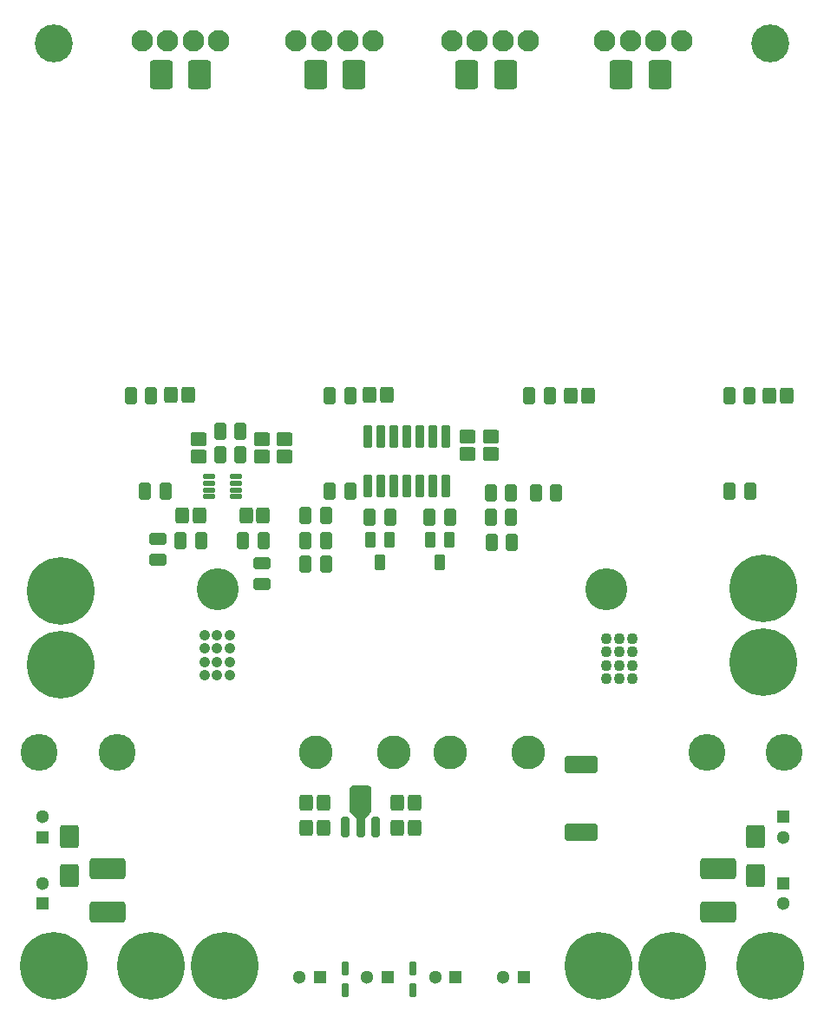
<source format=gbs>
G04*
G04 #@! TF.GenerationSoftware,Altium Limited,Altium Designer,23.3.1 (30)*
G04*
G04 Layer_Color=16711935*
%FSLAX43Y43*%
%MOMM*%
G71*
G04*
G04 #@! TF.SameCoordinates,78DDFD1D-995E-4759-9E5F-92B015DE0EB1*
G04*
G04*
G04 #@! TF.FilePolarity,Negative*
G04*
G01*
G75*
G04:AMPARAMS|DCode=17|XSize=3.24mm|YSize=1.64mm|CornerRadius=0.242mm|HoleSize=0mm|Usage=FLASHONLY|Rotation=0.000|XOffset=0mm|YOffset=0mm|HoleType=Round|Shape=RoundedRectangle|*
%AMROUNDEDRECTD17*
21,1,3.240,1.155,0,0,0.0*
21,1,2.755,1.640,0,0,0.0*
1,1,0.485,1.378,-0.578*
1,1,0.485,-1.378,-0.578*
1,1,0.485,-1.378,0.578*
1,1,0.485,1.378,0.578*
%
%ADD17ROUNDEDRECTD17*%
G04:AMPARAMS|DCode=25|XSize=1.31mm|YSize=1.56mm|CornerRadius=0.201mm|HoleSize=0mm|Usage=FLASHONLY|Rotation=90.000|XOffset=0mm|YOffset=0mm|HoleType=Round|Shape=RoundedRectangle|*
%AMROUNDEDRECTD25*
21,1,1.310,1.158,0,0,90.0*
21,1,0.907,1.560,0,0,90.0*
1,1,0.403,0.579,0.454*
1,1,0.403,0.579,-0.454*
1,1,0.403,-0.579,-0.454*
1,1,0.403,-0.579,0.454*
%
%ADD25ROUNDEDRECTD25*%
G04:AMPARAMS|DCode=26|XSize=1.31mm|YSize=1.56mm|CornerRadius=0.201mm|HoleSize=0mm|Usage=FLASHONLY|Rotation=180.000|XOffset=0mm|YOffset=0mm|HoleType=Round|Shape=RoundedRectangle|*
%AMROUNDEDRECTD26*
21,1,1.310,1.158,0,0,180.0*
21,1,0.907,1.560,0,0,180.0*
1,1,0.403,-0.454,0.579*
1,1,0.403,0.454,0.579*
1,1,0.403,0.454,-0.579*
1,1,0.403,-0.454,-0.579*
%
%ADD26ROUNDEDRECTD26*%
G04:AMPARAMS|DCode=27|XSize=1.63mm|YSize=1.12mm|CornerRadius=0.178mm|HoleSize=0mm|Usage=FLASHONLY|Rotation=270.000|XOffset=0mm|YOffset=0mm|HoleType=Round|Shape=RoundedRectangle|*
%AMROUNDEDRECTD27*
21,1,1.630,0.765,0,0,270.0*
21,1,1.275,1.120,0,0,270.0*
1,1,0.355,-0.383,-0.638*
1,1,0.355,-0.383,0.638*
1,1,0.355,0.383,0.638*
1,1,0.355,0.383,-0.638*
%
%ADD27ROUNDEDRECTD27*%
G04:AMPARAMS|DCode=28|XSize=1.63mm|YSize=1.12mm|CornerRadius=0.178mm|HoleSize=0mm|Usage=FLASHONLY|Rotation=0.000|XOffset=0mm|YOffset=0mm|HoleType=Round|Shape=RoundedRectangle|*
%AMROUNDEDRECTD28*
21,1,1.630,0.765,0,0,0.0*
21,1,1.275,1.120,0,0,0.0*
1,1,0.355,0.638,-0.383*
1,1,0.355,-0.638,-0.383*
1,1,0.355,-0.638,0.383*
1,1,0.355,0.638,0.383*
%
%ADD28ROUNDEDRECTD28*%
G04:AMPARAMS|DCode=31|XSize=1.84mm|YSize=2.27mm|CornerRadius=0.268mm|HoleSize=0mm|Usage=FLASHONLY|Rotation=0.000|XOffset=0mm|YOffset=0mm|HoleType=Round|Shape=RoundedRectangle|*
%AMROUNDEDRECTD31*
21,1,1.840,1.735,0,0,0.0*
21,1,1.305,2.270,0,0,0.0*
1,1,0.535,0.653,-0.868*
1,1,0.535,-0.653,-0.868*
1,1,0.535,-0.653,0.868*
1,1,0.535,0.653,0.868*
%
%ADD31ROUNDEDRECTD31*%
%ADD33C,6.600*%
%ADD34R,1.300X1.300*%
%ADD35C,1.300*%
%ADD36C,3.600*%
%ADD37C,3.300*%
%ADD38C,2.100*%
%ADD39R,1.300X1.300*%
%ADD40C,4.100*%
%ADD41C,3.700*%
%ADD42C,1.050*%
%ADD43C,1.100*%
G04:AMPARAMS|DCode=88|XSize=2.1mm|YSize=2.6mm|CornerRadius=0.3mm|HoleSize=0mm|Usage=FLASHONLY|Rotation=180.000|XOffset=0mm|YOffset=0mm|HoleType=Round|Shape=RoundedRectangle|*
%AMROUNDEDRECTD88*
21,1,2.100,2.000,0,0,180.0*
21,1,1.500,2.600,0,0,180.0*
1,1,0.600,-0.750,1.000*
1,1,0.600,0.750,1.000*
1,1,0.600,0.750,-1.000*
1,1,0.600,-0.750,-1.000*
%
%ADD88ROUNDEDRECTD88*%
G04:AMPARAMS|DCode=89|XSize=0.8mm|YSize=1.97mm|CornerRadius=0.138mm|HoleSize=0mm|Usage=FLASHONLY|Rotation=180.000|XOffset=0mm|YOffset=0mm|HoleType=Round|Shape=RoundedRectangle|*
%AMROUNDEDRECTD89*
21,1,0.800,1.695,0,0,180.0*
21,1,0.525,1.970,0,0,180.0*
1,1,0.275,-0.263,0.848*
1,1,0.275,0.263,0.848*
1,1,0.275,0.263,-0.848*
1,1,0.275,-0.263,-0.848*
%
%ADD89ROUNDEDRECTD89*%
G04:AMPARAMS|DCode=90|XSize=0.5mm|YSize=1.2mm|CornerRadius=0.1mm|HoleSize=0mm|Usage=FLASHONLY|Rotation=90.000|XOffset=0mm|YOffset=0mm|HoleType=Round|Shape=RoundedRectangle|*
%AMROUNDEDRECTD90*
21,1,0.500,1.000,0,0,90.0*
21,1,0.300,1.200,0,0,90.0*
1,1,0.200,0.500,0.150*
1,1,0.200,0.500,-0.150*
1,1,0.200,-0.500,-0.150*
1,1,0.200,-0.500,0.150*
%
%ADD90ROUNDEDRECTD90*%
G04:AMPARAMS|DCode=91|XSize=1.1mm|YSize=1.5mm|CornerRadius=0.175mm|HoleSize=0mm|Usage=FLASHONLY|Rotation=180.000|XOffset=0mm|YOffset=0mm|HoleType=Round|Shape=RoundedRectangle|*
%AMROUNDEDRECTD91*
21,1,1.100,1.150,0,0,180.0*
21,1,0.750,1.500,0,0,180.0*
1,1,0.350,-0.375,0.575*
1,1,0.350,0.375,0.575*
1,1,0.350,0.375,-0.575*
1,1,0.350,-0.375,-0.575*
%
%ADD91ROUNDEDRECTD91*%
G04:AMPARAMS|DCode=92|XSize=1.36mm|YSize=0.68mm|CornerRadius=0.123mm|HoleSize=0mm|Usage=FLASHONLY|Rotation=90.000|XOffset=0mm|YOffset=0mm|HoleType=Round|Shape=RoundedRectangle|*
%AMROUNDEDRECTD92*
21,1,1.360,0.435,0,0,90.0*
21,1,1.115,0.680,0,0,90.0*
1,1,0.245,0.217,0.558*
1,1,0.245,0.217,-0.558*
1,1,0.245,-0.217,-0.558*
1,1,0.245,-0.217,0.558*
%
%ADD92ROUNDEDRECTD92*%
G04:AMPARAMS|DCode=93|XSize=0.78mm|YSize=2.27mm|CornerRadius=0.135mm|HoleSize=0mm|Usage=FLASHONLY|Rotation=0.000|XOffset=0mm|YOffset=0mm|HoleType=Round|Shape=RoundedRectangle|*
%AMROUNDEDRECTD93*
21,1,0.780,2.000,0,0,0.0*
21,1,0.510,2.270,0,0,0.0*
1,1,0.270,0.255,-1.000*
1,1,0.270,-0.255,-1.000*
1,1,0.270,-0.255,1.000*
1,1,0.270,0.255,1.000*
%
%ADD93ROUNDEDRECTD93*%
G04:AMPARAMS|DCode=94|XSize=2.843mm|YSize=2.259mm|CornerRadius=0.32mm|HoleSize=0mm|Usage=FLASHONLY|Rotation=270.000|XOffset=0mm|YOffset=0mm|HoleType=Round|Shape=RoundedRectangle|*
%AMROUNDEDRECTD94*
21,1,2.843,1.619,0,0,270.0*
21,1,2.203,2.259,0,0,270.0*
1,1,0.640,-0.810,-1.102*
1,1,0.640,-0.810,1.102*
1,1,0.640,0.810,1.102*
1,1,0.640,0.810,-1.102*
%
%ADD94ROUNDEDRECTD94*%
G04:AMPARAMS|DCode=95|XSize=2.05mm|YSize=3.5mm|CornerRadius=0.294mm|HoleSize=0mm|Usage=FLASHONLY|Rotation=270.000|XOffset=0mm|YOffset=0mm|HoleType=Round|Shape=RoundedRectangle|*
%AMROUNDEDRECTD95*
21,1,2.050,2.913,0,0,270.0*
21,1,1.463,3.500,0,0,270.0*
1,1,0.588,-1.456,-0.731*
1,1,0.588,-1.456,0.731*
1,1,0.588,1.456,0.731*
1,1,0.588,1.456,-0.731*
%
%ADD95ROUNDEDRECTD95*%
G36*
X-4332Y-27430D02*
X-4332Y-27430D01*
X-4272Y-27430D01*
X-4263Y-27431D01*
X-4258Y-27433D01*
X-4253Y-27434D01*
X-4143Y-27480D01*
X-4139Y-27482D01*
X-4134Y-27484D01*
X-4127Y-27490D01*
X-4042Y-27575D01*
D01*
D01*
X-4042Y-27575D01*
X-4036Y-27582D01*
X-4033Y-27588D01*
X-4031Y-27591D01*
X-3986Y-27701D01*
X-3984Y-27706D01*
X-3983Y-27711D01*
X-3982Y-27721D01*
X-3982Y-27780D01*
Y-27780D01*
Y-27780D01*
X-3982Y-29739D01*
X-3982Y-29739D01*
X-3982Y-29739D01*
X-3982Y-29796D01*
Y-29796D01*
Y-29796D01*
X-3982Y-29798D01*
X-3983Y-29806D01*
X-3983Y-29806D01*
X-4005Y-29919D01*
Y-29919D01*
X-4007Y-29924D01*
X-4008Y-29928D01*
X-4008Y-29928D01*
D01*
X-4052Y-30034D01*
X-4052Y-30034D01*
X-4055Y-30040D01*
X-4057Y-30043D01*
X-4057Y-30043D01*
X-4120Y-30138D01*
X-4127Y-30146D01*
X-4127D01*
Y-30146D01*
X-4167Y-30186D01*
X-4167D01*
Y-30186D01*
X-4697Y-30716D01*
X-4697Y-30716D01*
X-4701Y-30719D01*
X-4704Y-30722D01*
X-4713Y-30727D01*
D01*
X-4713Y-30727D01*
X-4718Y-30728D01*
X-4722Y-30730D01*
X-4732Y-30730D01*
X-4732Y-30730D01*
X-5332Y-30730D01*
X-5342Y-30729D01*
X-5349Y-30727D01*
X-5351Y-30727D01*
X-5360Y-30722D01*
X-5361Y-30721D01*
X-5368Y-30716D01*
X-5368Y-30716D01*
X-5897Y-30186D01*
X-5897Y-30186D01*
X-5938Y-30146D01*
X-5944Y-30138D01*
X-5944Y-30138D01*
X-6008Y-30043D01*
X-6010Y-30039D01*
X-6012Y-30034D01*
X-6056Y-29928D01*
X-6057Y-29924D01*
X-6059Y-29919D01*
X-6081Y-29806D01*
X-6082Y-29798D01*
X-6082Y-29796D01*
X-6082Y-29739D01*
Y-29739D01*
Y-29739D01*
X-6082Y-27780D01*
X-6082Y-27780D01*
X-6082Y-27720D01*
X-6081Y-27711D01*
X-6079Y-27701D01*
X-6033Y-27591D01*
X-6030Y-27586D01*
X-6028Y-27582D01*
X-6022Y-27575D01*
X-5938Y-27490D01*
X-5930Y-27484D01*
X-5921Y-27479D01*
X-5811Y-27434D01*
X-5802Y-27431D01*
X-5792Y-27430D01*
X-5732Y-27430D01*
X-5732D01*
X-5732D01*
X-4332Y-27430D01*
D02*
G37*
D17*
X16520Y-25342D02*
D03*
Y-31992D02*
D03*
D25*
X-20799Y4684D02*
D03*
Y6374D02*
D03*
X5426Y4912D02*
D03*
Y6602D02*
D03*
X7676Y4912D02*
D03*
Y6602D02*
D03*
X-12419Y6374D02*
D03*
Y4684D02*
D03*
X-14635Y6374D02*
D03*
Y4684D02*
D03*
D26*
X-16210Y-1100D02*
D03*
X-14520D02*
D03*
X-20712D02*
D03*
X-22402D02*
D03*
X36605Y10660D02*
D03*
X34915D02*
D03*
X17148Y10649D02*
D03*
X15458D02*
D03*
X-2431Y10678D02*
D03*
X-4121D02*
D03*
X-21811D02*
D03*
X-23501D02*
D03*
X-10310Y-29107D02*
D03*
X-8620D02*
D03*
X-10310Y-31521D02*
D03*
X-8620D02*
D03*
X-1423D02*
D03*
X267D02*
D03*
X-1423Y-29107D02*
D03*
X267D02*
D03*
D27*
X-8420Y-5844D02*
D03*
X-10435D02*
D03*
Y-1088D02*
D03*
X-8420D02*
D03*
Y-3491D02*
D03*
X-10435D02*
D03*
X9692Y1129D02*
D03*
X7677D02*
D03*
X9767Y-3716D02*
D03*
X7752D02*
D03*
X9692Y-1275D02*
D03*
X7677D02*
D03*
X-16493Y-3491D02*
D03*
X-14478D02*
D03*
X-20587D02*
D03*
X-22602D02*
D03*
X30961Y10648D02*
D03*
X32976D02*
D03*
X13484D02*
D03*
X11469D02*
D03*
X-6010Y10653D02*
D03*
X-8025D02*
D03*
X-27466D02*
D03*
X-25451D02*
D03*
X3703Y-1250D02*
D03*
X1688D02*
D03*
X-4149D02*
D03*
X-2134D02*
D03*
X-18742Y4824D02*
D03*
X-16727D02*
D03*
Y7125D02*
D03*
X-18742D02*
D03*
X32980Y1337D02*
D03*
X30965D02*
D03*
X12071Y1107D02*
D03*
X14086D02*
D03*
X-6045Y1335D02*
D03*
X-8060D02*
D03*
X-26060Y1265D02*
D03*
X-24045D02*
D03*
D28*
X-14660Y-7735D02*
D03*
Y-5720D02*
D03*
X-24776Y-5348D02*
D03*
Y-3333D02*
D03*
D31*
X33556Y-32426D02*
D03*
Y-36186D02*
D03*
X-33429D02*
D03*
Y-32426D02*
D03*
D33*
X25398Y-45000D02*
D03*
X18198D02*
D03*
X34262Y-8150D02*
D03*
Y-15350D02*
D03*
X-35000Y-45000D02*
D03*
X-18295Y-45000D02*
D03*
X-25495D02*
D03*
X-34300Y-8400D02*
D03*
Y-15600D02*
D03*
X35000Y-45000D02*
D03*
D34*
X36229Y-30475D02*
D03*
X-36050Y-32475D02*
D03*
X36229Y-36953D02*
D03*
X-36050Y-38953D02*
D03*
D35*
X36229Y-32475D02*
D03*
X-36050Y-30475D02*
D03*
X2261Y-46100D02*
D03*
X36229Y-38953D02*
D03*
X8891Y-46100D02*
D03*
X-36050Y-36953D02*
D03*
X-11000Y-46100D02*
D03*
X-4370D02*
D03*
D36*
X-28800Y-24200D02*
D03*
X-36400D02*
D03*
X28762Y-24200D02*
D03*
X36362D02*
D03*
D37*
X-9400D02*
D03*
X-1800D02*
D03*
X11362Y-24200D02*
D03*
X3762D02*
D03*
D38*
X-18863Y45248D02*
D03*
X-23863D02*
D03*
X-21363D02*
D03*
X-26363D02*
D03*
X18817D02*
D03*
X23817D02*
D03*
X21317D02*
D03*
X26317D02*
D03*
X3857D02*
D03*
X8857D02*
D03*
X6357D02*
D03*
X11357D02*
D03*
X-3803D02*
D03*
X-8803D02*
D03*
X-6303D02*
D03*
X-11303D02*
D03*
D39*
X4261Y-46100D02*
D03*
X10891D02*
D03*
X-9000D02*
D03*
X-2370D02*
D03*
D40*
X-19000Y-8300D02*
D03*
X19000D02*
D03*
D41*
X-35000Y45000D02*
D03*
X35000Y45000D02*
D03*
D42*
X-20230Y-12738D02*
D03*
X-17805Y-16638D02*
D03*
Y-14038D02*
D03*
Y-12738D02*
D03*
Y-15338D02*
D03*
X-19017D02*
D03*
X-20230Y-14038D02*
D03*
Y-15338D02*
D03*
Y-16638D02*
D03*
X-19017Y-12738D02*
D03*
Y-14038D02*
D03*
Y-16638D02*
D03*
D43*
X21470Y-16988D02*
D03*
Y-15688D02*
D03*
Y-13088D02*
D03*
Y-14388D02*
D03*
X18970Y-16988D02*
D03*
X20220D02*
D03*
X18970Y-15688D02*
D03*
Y-13088D02*
D03*
Y-14388D02*
D03*
X20220Y-13088D02*
D03*
Y-14388D02*
D03*
Y-15688D02*
D03*
D88*
X-5032Y-28759D02*
D03*
D89*
X-6532Y-31480D02*
D03*
X-5032D02*
D03*
X-3532D02*
D03*
D90*
X-19804Y2068D02*
D03*
X-17204Y2718D02*
D03*
Y2068D02*
D03*
Y1418D02*
D03*
X-19804D02*
D03*
Y2718D02*
D03*
Y768D02*
D03*
X-17204D02*
D03*
D91*
X-4069Y-3448D02*
D03*
X-2169Y-3448D02*
D03*
X-3119Y-5648D02*
D03*
X2718D02*
D03*
X3668Y-3448D02*
D03*
X1768Y-3448D02*
D03*
D92*
X-6525Y-45300D02*
D03*
Y-47360D02*
D03*
X74D02*
D03*
Y-45300D02*
D03*
D93*
X3293Y1802D02*
D03*
X2023D02*
D03*
X753D02*
D03*
X-517D02*
D03*
X-1787D02*
D03*
X-3057D02*
D03*
X-4327D02*
D03*
X3293Y6652D02*
D03*
X2023D02*
D03*
X753D02*
D03*
X-517D02*
D03*
X-1787D02*
D03*
X-3057D02*
D03*
X-4327D02*
D03*
D94*
X-20733Y41922D02*
D03*
X-24493D02*
D03*
X20430D02*
D03*
X24190D02*
D03*
X5370D02*
D03*
X9130D02*
D03*
X-9433D02*
D03*
X-5673D02*
D03*
D95*
X-29700Y-35528D02*
D03*
Y-39728D02*
D03*
X29862D02*
D03*
Y-35528D02*
D03*
M02*

</source>
